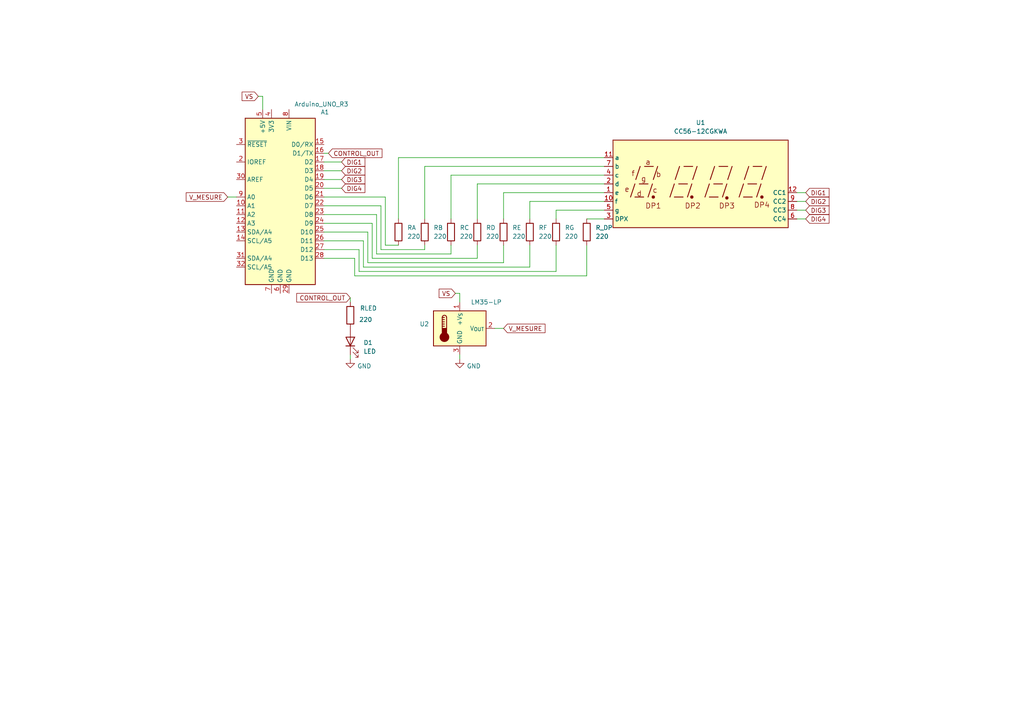
<source format=kicad_sch>
(kicad_sch
	(version 20250114)
	(generator "eeschema")
	(generator_version "9.0")
	(uuid "ce0803b4-491a-4569-8399-67e6462a558a")
	(paper "A4")
	(lib_symbols
		(symbol "Device:LED"
			(pin_numbers
				(hide yes)
			)
			(pin_names
				(offset 1.016)
				(hide yes)
			)
			(exclude_from_sim no)
			(in_bom yes)
			(on_board yes)
			(property "Reference" "D"
				(at 0 2.54 0)
				(effects
					(font
						(size 1.27 1.27)
					)
				)
			)
			(property "Value" "LED"
				(at 0 -2.54 0)
				(effects
					(font
						(size 1.27 1.27)
					)
				)
			)
			(property "Footprint" ""
				(at 0 0 0)
				(effects
					(font
						(size 1.27 1.27)
					)
					(hide yes)
				)
			)
			(property "Datasheet" "~"
				(at 0 0 0)
				(effects
					(font
						(size 1.27 1.27)
					)
					(hide yes)
				)
			)
			(property "Description" "Light emitting diode"
				(at 0 0 0)
				(effects
					(font
						(size 1.27 1.27)
					)
					(hide yes)
				)
			)
			(property "Sim.Pins" "1=K 2=A"
				(at 0 0 0)
				(effects
					(font
						(size 1.27 1.27)
					)
					(hide yes)
				)
			)
			(property "ki_keywords" "LED diode"
				(at 0 0 0)
				(effects
					(font
						(size 1.27 1.27)
					)
					(hide yes)
				)
			)
			(property "ki_fp_filters" "LED* LED_SMD:* LED_THT:*"
				(at 0 0 0)
				(effects
					(font
						(size 1.27 1.27)
					)
					(hide yes)
				)
			)
			(symbol "LED_0_1"
				(polyline
					(pts
						(xy -3.048 -0.762) (xy -4.572 -2.286) (xy -3.81 -2.286) (xy -4.572 -2.286) (xy -4.572 -1.524)
					)
					(stroke
						(width 0)
						(type default)
					)
					(fill
						(type none)
					)
				)
				(polyline
					(pts
						(xy -1.778 -0.762) (xy -3.302 -2.286) (xy -2.54 -2.286) (xy -3.302 -2.286) (xy -3.302 -1.524)
					)
					(stroke
						(width 0)
						(type default)
					)
					(fill
						(type none)
					)
				)
				(polyline
					(pts
						(xy -1.27 0) (xy 1.27 0)
					)
					(stroke
						(width 0)
						(type default)
					)
					(fill
						(type none)
					)
				)
				(polyline
					(pts
						(xy -1.27 -1.27) (xy -1.27 1.27)
					)
					(stroke
						(width 0.254)
						(type default)
					)
					(fill
						(type none)
					)
				)
				(polyline
					(pts
						(xy 1.27 -1.27) (xy 1.27 1.27) (xy -1.27 0) (xy 1.27 -1.27)
					)
					(stroke
						(width 0.254)
						(type default)
					)
					(fill
						(type none)
					)
				)
			)
			(symbol "LED_1_1"
				(pin passive line
					(at -3.81 0 0)
					(length 2.54)
					(name "K"
						(effects
							(font
								(size 1.27 1.27)
							)
						)
					)
					(number "1"
						(effects
							(font
								(size 1.27 1.27)
							)
						)
					)
				)
				(pin passive line
					(at 3.81 0 180)
					(length 2.54)
					(name "A"
						(effects
							(font
								(size 1.27 1.27)
							)
						)
					)
					(number "2"
						(effects
							(font
								(size 1.27 1.27)
							)
						)
					)
				)
			)
			(embedded_fonts no)
		)
		(symbol "Device:R"
			(pin_numbers
				(hide yes)
			)
			(pin_names
				(offset 0)
			)
			(exclude_from_sim no)
			(in_bom yes)
			(on_board yes)
			(property "Reference" "R"
				(at 2.032 0 90)
				(effects
					(font
						(size 1.27 1.27)
					)
				)
			)
			(property "Value" "R"
				(at 0 0 90)
				(effects
					(font
						(size 1.27 1.27)
					)
				)
			)
			(property "Footprint" ""
				(at -1.778 0 90)
				(effects
					(font
						(size 1.27 1.27)
					)
					(hide yes)
				)
			)
			(property "Datasheet" "~"
				(at 0 0 0)
				(effects
					(font
						(size 1.27 1.27)
					)
					(hide yes)
				)
			)
			(property "Description" "Resistor"
				(at 0 0 0)
				(effects
					(font
						(size 1.27 1.27)
					)
					(hide yes)
				)
			)
			(property "ki_keywords" "R res resistor"
				(at 0 0 0)
				(effects
					(font
						(size 1.27 1.27)
					)
					(hide yes)
				)
			)
			(property "ki_fp_filters" "R_*"
				(at 0 0 0)
				(effects
					(font
						(size 1.27 1.27)
					)
					(hide yes)
				)
			)
			(symbol "R_0_1"
				(rectangle
					(start -1.016 -2.54)
					(end 1.016 2.54)
					(stroke
						(width 0.254)
						(type default)
					)
					(fill
						(type none)
					)
				)
			)
			(symbol "R_1_1"
				(pin passive line
					(at 0 3.81 270)
					(length 1.27)
					(name "~"
						(effects
							(font
								(size 1.27 1.27)
							)
						)
					)
					(number "1"
						(effects
							(font
								(size 1.27 1.27)
							)
						)
					)
				)
				(pin passive line
					(at 0 -3.81 90)
					(length 1.27)
					(name "~"
						(effects
							(font
								(size 1.27 1.27)
							)
						)
					)
					(number "2"
						(effects
							(font
								(size 1.27 1.27)
							)
						)
					)
				)
			)
			(embedded_fonts no)
		)
		(symbol "Display_Character:CC56-12CGKWA"
			(exclude_from_sim no)
			(in_bom yes)
			(on_board yes)
			(property "Reference" "U"
				(at -24.13 13.97 0)
				(effects
					(font
						(size 1.27 1.27)
					)
				)
			)
			(property "Value" "CC56-12CGKWA"
				(at 17.78 13.97 0)
				(effects
					(font
						(size 1.27 1.27)
					)
				)
			)
			(property "Footprint" "Display_7Segment:CA56-12CGKWA"
				(at 0 -15.24 0)
				(effects
					(font
						(size 1.27 1.27)
					)
					(hide yes)
				)
			)
			(property "Datasheet" "http://www.kingbright.com/attachments/file/psearch/000/00/00/CC56-12CGKWA(Ver.8A).pdf"
				(at -10.922 0.762 0)
				(effects
					(font
						(size 1.27 1.27)
					)
					(hide yes)
				)
			)
			(property "Description" "4 digit 7 segment green LED, common cathode"
				(at 0 0 0)
				(effects
					(font
						(size 1.27 1.27)
					)
					(hide yes)
				)
			)
			(property "ki_keywords" "display LED 7-segment"
				(at 0 0 0)
				(effects
					(font
						(size 1.27 1.27)
					)
					(hide yes)
				)
			)
			(property "ki_fp_filters" "*CA56*12CGKWA*"
				(at 0 0 0)
				(effects
					(font
						(size 1.27 1.27)
					)
					(hide yes)
				)
			)
			(symbol "CC56-12CGKWA_0_0"
				(rectangle
					(start -25.4 12.7)
					(end 25.4 -12.7)
					(stroke
						(width 0.254)
						(type default)
					)
					(fill
						(type background)
					)
				)
				(polyline
					(pts
						(xy -20.32 -3.81) (xy -19.05 0)
					)
					(stroke
						(width 0.254)
						(type default)
					)
					(fill
						(type none)
					)
				)
				(polyline
					(pts
						(xy -19.05 -3.81) (xy -16.51 -3.81)
					)
					(stroke
						(width 0.254)
						(type default)
					)
					(fill
						(type none)
					)
				)
				(polyline
					(pts
						(xy -18.796 1.27) (xy -17.526 5.08)
					)
					(stroke
						(width 0.254)
						(type default)
					)
					(fill
						(type none)
					)
				)
				(polyline
					(pts
						(xy -17.78 0) (xy -15.24 0)
					)
					(stroke
						(width 0.254)
						(type default)
					)
					(fill
						(type none)
					)
				)
				(polyline
					(pts
						(xy -16.256 5.08) (xy -13.716 5.08)
					)
					(stroke
						(width 0.254)
						(type default)
					)
					(fill
						(type none)
					)
				)
				(polyline
					(pts
						(xy -15.24 -3.81) (xy -13.97 0)
					)
					(stroke
						(width 0.254)
						(type default)
					)
					(fill
						(type none)
					)
				)
				(polyline
					(pts
						(xy -13.716 1.27) (xy -12.446 5.08)
					)
					(stroke
						(width 0.254)
						(type default)
					)
					(fill
						(type none)
					)
				)
				(polyline
					(pts
						(xy -8.89 -3.81) (xy -7.62 0)
					)
					(stroke
						(width 0.254)
						(type default)
					)
					(fill
						(type none)
					)
				)
				(polyline
					(pts
						(xy -7.62 -3.81) (xy -5.08 -3.81)
					)
					(stroke
						(width 0.254)
						(type default)
					)
					(fill
						(type none)
					)
				)
				(polyline
					(pts
						(xy -7.366 1.27) (xy -6.096 5.08)
					)
					(stroke
						(width 0.254)
						(type default)
					)
					(fill
						(type none)
					)
				)
				(polyline
					(pts
						(xy -6.35 0) (xy -3.81 0)
					)
					(stroke
						(width 0.254)
						(type default)
					)
					(fill
						(type none)
					)
				)
				(polyline
					(pts
						(xy -4.826 5.08) (xy -2.286 5.08)
					)
					(stroke
						(width 0.254)
						(type default)
					)
					(fill
						(type none)
					)
				)
				(polyline
					(pts
						(xy -3.81 -3.81) (xy -2.54 0)
					)
					(stroke
						(width 0.254)
						(type default)
					)
					(fill
						(type none)
					)
				)
				(polyline
					(pts
						(xy -2.286 1.27) (xy -1.016 5.08)
					)
					(stroke
						(width 0.254)
						(type default)
					)
					(fill
						(type none)
					)
				)
				(polyline
					(pts
						(xy 1.27 -3.81) (xy 2.54 0)
					)
					(stroke
						(width 0.254)
						(type default)
					)
					(fill
						(type none)
					)
				)
				(polyline
					(pts
						(xy 2.54 -3.81) (xy 5.08 -3.81)
					)
					(stroke
						(width 0.254)
						(type default)
					)
					(fill
						(type none)
					)
				)
				(polyline
					(pts
						(xy 2.794 1.27) (xy 4.064 5.08)
					)
					(stroke
						(width 0.254)
						(type default)
					)
					(fill
						(type none)
					)
				)
				(polyline
					(pts
						(xy 3.81 0) (xy 6.35 0)
					)
					(stroke
						(width 0.254)
						(type default)
					)
					(fill
						(type none)
					)
				)
				(polyline
					(pts
						(xy 5.334 5.08) (xy 7.874 5.08)
					)
					(stroke
						(width 0.254)
						(type default)
					)
					(fill
						(type none)
					)
				)
				(polyline
					(pts
						(xy 6.35 -3.81) (xy 7.62 0)
					)
					(stroke
						(width 0.254)
						(type default)
					)
					(fill
						(type none)
					)
				)
				(polyline
					(pts
						(xy 7.874 1.27) (xy 9.144 5.08)
					)
					(stroke
						(width 0.254)
						(type default)
					)
					(fill
						(type none)
					)
				)
				(polyline
					(pts
						(xy 11.176 -3.81) (xy 12.446 0)
					)
					(stroke
						(width 0.254)
						(type default)
					)
					(fill
						(type none)
					)
				)
				(polyline
					(pts
						(xy 12.446 -3.81) (xy 14.986 -3.81)
					)
					(stroke
						(width 0.254)
						(type default)
					)
					(fill
						(type none)
					)
				)
				(polyline
					(pts
						(xy 12.7 1.27) (xy 13.97 5.08)
					)
					(stroke
						(width 0.254)
						(type default)
					)
					(fill
						(type none)
					)
				)
				(polyline
					(pts
						(xy 13.716 0) (xy 16.256 0)
					)
					(stroke
						(width 0.254)
						(type default)
					)
					(fill
						(type none)
					)
				)
				(polyline
					(pts
						(xy 15.24 5.08) (xy 17.78 5.08)
					)
					(stroke
						(width 0.254)
						(type default)
					)
					(fill
						(type none)
					)
				)
				(polyline
					(pts
						(xy 16.256 -3.81) (xy 17.526 0)
					)
					(stroke
						(width 0.254)
						(type default)
					)
					(fill
						(type none)
					)
				)
				(polyline
					(pts
						(xy 17.78 1.27) (xy 19.05 5.08)
					)
					(stroke
						(width 0.254)
						(type default)
					)
					(fill
						(type none)
					)
				)
				(text "e"
					(at -21.336 -1.524 0)
					(effects
						(font
							(size 1.524 1.524)
						)
					)
				)
				(text "f"
					(at -19.558 3.048 0)
					(effects
						(font
							(size 1.524 1.524)
						)
					)
				)
				(text "d"
					(at -17.78 -2.794 0)
					(effects
						(font
							(size 1.524 1.524)
						)
					)
				)
				(text "g"
					(at -16.51 1.524 0)
					(effects
						(font
							(size 1.524 1.524)
						)
					)
				)
				(text "a"
					(at -15.24 6.35 0)
					(effects
						(font
							(size 1.524 1.524)
						)
					)
				)
				(text "DP1"
					(at -13.716 -6.35 0)
					(effects
						(font
							(size 1.524 1.524)
						)
					)
				)
				(text "c"
					(at -13.208 -1.778 0)
					(effects
						(font
							(size 1.524 1.524)
						)
					)
				)
				(text "b"
					(at -12.192 2.794 0)
					(effects
						(font
							(size 1.524 1.524)
						)
					)
				)
				(text "DP2"
					(at -2.286 -6.35 0)
					(effects
						(font
							(size 1.524 1.524)
						)
					)
				)
				(text "DP3"
					(at 7.62 -6.35 0)
					(effects
						(font
							(size 1.524 1.524)
						)
					)
				)
				(text "DP4"
					(at 17.78 -6.096 0)
					(effects
						(font
							(size 1.524 1.524)
						)
					)
				)
			)
			(symbol "CC56-12CGKWA_0_1"
				(circle
					(center -13.716 -3.81)
					(radius 0.3556)
					(stroke
						(width 0.254)
						(type default)
					)
					(fill
						(type outline)
					)
				)
				(circle
					(center -2.54 -3.81)
					(radius 0.3556)
					(stroke
						(width 0.254)
						(type default)
					)
					(fill
						(type outline)
					)
				)
			)
			(symbol "CC56-12CGKWA_1_0"
				(circle
					(center 7.62 -4.064)
					(radius 0.3556)
					(stroke
						(width 0.254)
						(type default)
					)
					(fill
						(type outline)
					)
				)
				(circle
					(center 17.78 -3.81)
					(radius 0.3556)
					(stroke
						(width 0.254)
						(type default)
					)
					(fill
						(type outline)
					)
				)
			)
			(symbol "CC56-12CGKWA_1_1"
				(pin input line
					(at -27.94 7.62 0)
					(length 2.54)
					(name "a"
						(effects
							(font
								(size 1.27 1.27)
							)
						)
					)
					(number "11"
						(effects
							(font
								(size 1.27 1.27)
							)
						)
					)
				)
				(pin input line
					(at -27.94 5.08 0)
					(length 2.54)
					(name "b"
						(effects
							(font
								(size 1.27 1.27)
							)
						)
					)
					(number "7"
						(effects
							(font
								(size 1.27 1.27)
							)
						)
					)
				)
				(pin input line
					(at -27.94 2.54 0)
					(length 2.54)
					(name "c"
						(effects
							(font
								(size 1.27 1.27)
							)
						)
					)
					(number "4"
						(effects
							(font
								(size 1.27 1.27)
							)
						)
					)
				)
				(pin input line
					(at -27.94 0 0)
					(length 2.54)
					(name "d"
						(effects
							(font
								(size 1.27 1.27)
							)
						)
					)
					(number "2"
						(effects
							(font
								(size 1.27 1.27)
							)
						)
					)
				)
				(pin input line
					(at -27.94 -2.54 0)
					(length 2.54)
					(name "e"
						(effects
							(font
								(size 1.27 1.27)
							)
						)
					)
					(number "1"
						(effects
							(font
								(size 1.27 1.27)
							)
						)
					)
				)
				(pin input line
					(at -27.94 -5.08 0)
					(length 2.54)
					(name "f"
						(effects
							(font
								(size 1.27 1.27)
							)
						)
					)
					(number "10"
						(effects
							(font
								(size 1.27 1.27)
							)
						)
					)
				)
				(pin input line
					(at -27.94 -7.62 0)
					(length 2.54)
					(name "g"
						(effects
							(font
								(size 1.27 1.27)
							)
						)
					)
					(number "5"
						(effects
							(font
								(size 1.27 1.27)
							)
						)
					)
				)
				(pin input line
					(at -27.94 -10.16 0)
					(length 2.54)
					(name "DPX"
						(effects
							(font
								(size 1.27 1.27)
							)
						)
					)
					(number "3"
						(effects
							(font
								(size 1.27 1.27)
							)
						)
					)
				)
				(pin input line
					(at 27.94 -2.54 180)
					(length 2.54)
					(name "CC1"
						(effects
							(font
								(size 1.27 1.27)
							)
						)
					)
					(number "12"
						(effects
							(font
								(size 1.27 1.27)
							)
						)
					)
				)
				(pin input line
					(at 27.94 -5.08 180)
					(length 2.54)
					(name "CC2"
						(effects
							(font
								(size 1.27 1.27)
							)
						)
					)
					(number "9"
						(effects
							(font
								(size 1.27 1.27)
							)
						)
					)
				)
				(pin input line
					(at 27.94 -7.62 180)
					(length 2.54)
					(name "CC3"
						(effects
							(font
								(size 1.27 1.27)
							)
						)
					)
					(number "8"
						(effects
							(font
								(size 1.27 1.27)
							)
						)
					)
				)
				(pin input line
					(at 27.94 -10.16 180)
					(length 2.54)
					(name "CC4"
						(effects
							(font
								(size 1.27 1.27)
							)
						)
					)
					(number "6"
						(effects
							(font
								(size 1.27 1.27)
							)
						)
					)
				)
			)
			(embedded_fonts no)
		)
		(symbol "MCU_Module:Arduino_UNO_R3"
			(exclude_from_sim no)
			(in_bom yes)
			(on_board yes)
			(property "Reference" "A"
				(at -10.16 23.495 0)
				(effects
					(font
						(size 1.27 1.27)
					)
					(justify left bottom)
				)
			)
			(property "Value" "Arduino_UNO_R3"
				(at 5.08 -26.67 0)
				(effects
					(font
						(size 1.27 1.27)
					)
					(justify left top)
				)
			)
			(property "Footprint" "Module:Arduino_UNO_R3"
				(at 0 0 0)
				(effects
					(font
						(size 1.27 1.27)
						(italic yes)
					)
					(hide yes)
				)
			)
			(property "Datasheet" "https://www.arduino.cc/en/Main/arduinoBoardUno"
				(at 0 0 0)
				(effects
					(font
						(size 1.27 1.27)
					)
					(hide yes)
				)
			)
			(property "Description" "Arduino UNO Microcontroller Module, release 3"
				(at 0 0 0)
				(effects
					(font
						(size 1.27 1.27)
					)
					(hide yes)
				)
			)
			(property "ki_keywords" "Arduino UNO R3 Microcontroller Module Atmel AVR USB"
				(at 0 0 0)
				(effects
					(font
						(size 1.27 1.27)
					)
					(hide yes)
				)
			)
			(property "ki_fp_filters" "Arduino*UNO*R3*"
				(at 0 0 0)
				(effects
					(font
						(size 1.27 1.27)
					)
					(hide yes)
				)
			)
			(symbol "Arduino_UNO_R3_0_1"
				(rectangle
					(start -10.16 22.86)
					(end 10.16 -25.4)
					(stroke
						(width 0.254)
						(type default)
					)
					(fill
						(type background)
					)
				)
			)
			(symbol "Arduino_UNO_R3_1_1"
				(pin bidirectional line
					(at -12.7 15.24 0)
					(length 2.54)
					(name "D0/RX"
						(effects
							(font
								(size 1.27 1.27)
							)
						)
					)
					(number "15"
						(effects
							(font
								(size 1.27 1.27)
							)
						)
					)
				)
				(pin bidirectional line
					(at -12.7 12.7 0)
					(length 2.54)
					(name "D1/TX"
						(effects
							(font
								(size 1.27 1.27)
							)
						)
					)
					(number "16"
						(effects
							(font
								(size 1.27 1.27)
							)
						)
					)
				)
				(pin bidirectional line
					(at -12.7 10.16 0)
					(length 2.54)
					(name "D2"
						(effects
							(font
								(size 1.27 1.27)
							)
						)
					)
					(number "17"
						(effects
							(font
								(size 1.27 1.27)
							)
						)
					)
				)
				(pin bidirectional line
					(at -12.7 7.62 0)
					(length 2.54)
					(name "D3"
						(effects
							(font
								(size 1.27 1.27)
							)
						)
					)
					(number "18"
						(effects
							(font
								(size 1.27 1.27)
							)
						)
					)
				)
				(pin bidirectional line
					(at -12.7 5.08 0)
					(length 2.54)
					(name "D4"
						(effects
							(font
								(size 1.27 1.27)
							)
						)
					)
					(number "19"
						(effects
							(font
								(size 1.27 1.27)
							)
						)
					)
				)
				(pin bidirectional line
					(at -12.7 2.54 0)
					(length 2.54)
					(name "D5"
						(effects
							(font
								(size 1.27 1.27)
							)
						)
					)
					(number "20"
						(effects
							(font
								(size 1.27 1.27)
							)
						)
					)
				)
				(pin bidirectional line
					(at -12.7 0 0)
					(length 2.54)
					(name "D6"
						(effects
							(font
								(size 1.27 1.27)
							)
						)
					)
					(number "21"
						(effects
							(font
								(size 1.27 1.27)
							)
						)
					)
				)
				(pin bidirectional line
					(at -12.7 -2.54 0)
					(length 2.54)
					(name "D7"
						(effects
							(font
								(size 1.27 1.27)
							)
						)
					)
					(number "22"
						(effects
							(font
								(size 1.27 1.27)
							)
						)
					)
				)
				(pin bidirectional line
					(at -12.7 -5.08 0)
					(length 2.54)
					(name "D8"
						(effects
							(font
								(size 1.27 1.27)
							)
						)
					)
					(number "23"
						(effects
							(font
								(size 1.27 1.27)
							)
						)
					)
				)
				(pin bidirectional line
					(at -12.7 -7.62 0)
					(length 2.54)
					(name "D9"
						(effects
							(font
								(size 1.27 1.27)
							)
						)
					)
					(number "24"
						(effects
							(font
								(size 1.27 1.27)
							)
						)
					)
				)
				(pin bidirectional line
					(at -12.7 -10.16 0)
					(length 2.54)
					(name "D10"
						(effects
							(font
								(size 1.27 1.27)
							)
						)
					)
					(number "25"
						(effects
							(font
								(size 1.27 1.27)
							)
						)
					)
				)
				(pin bidirectional line
					(at -12.7 -12.7 0)
					(length 2.54)
					(name "D11"
						(effects
							(font
								(size 1.27 1.27)
							)
						)
					)
					(number "26"
						(effects
							(font
								(size 1.27 1.27)
							)
						)
					)
				)
				(pin bidirectional line
					(at -12.7 -15.24 0)
					(length 2.54)
					(name "D12"
						(effects
							(font
								(size 1.27 1.27)
							)
						)
					)
					(number "27"
						(effects
							(font
								(size 1.27 1.27)
							)
						)
					)
				)
				(pin bidirectional line
					(at -12.7 -17.78 0)
					(length 2.54)
					(name "D13"
						(effects
							(font
								(size 1.27 1.27)
							)
						)
					)
					(number "28"
						(effects
							(font
								(size 1.27 1.27)
							)
						)
					)
				)
				(pin no_connect line
					(at -10.16 -20.32 0)
					(length 2.54)
					(hide yes)
					(name "NC"
						(effects
							(font
								(size 1.27 1.27)
							)
						)
					)
					(number "1"
						(effects
							(font
								(size 1.27 1.27)
							)
						)
					)
				)
				(pin power_in line
					(at -2.54 25.4 270)
					(length 2.54)
					(name "VIN"
						(effects
							(font
								(size 1.27 1.27)
							)
						)
					)
					(number "8"
						(effects
							(font
								(size 1.27 1.27)
							)
						)
					)
				)
				(pin power_in line
					(at -2.54 -27.94 90)
					(length 2.54)
					(name "GND"
						(effects
							(font
								(size 1.27 1.27)
							)
						)
					)
					(number "29"
						(effects
							(font
								(size 1.27 1.27)
							)
						)
					)
				)
				(pin power_in line
					(at 0 -27.94 90)
					(length 2.54)
					(name "GND"
						(effects
							(font
								(size 1.27 1.27)
							)
						)
					)
					(number "6"
						(effects
							(font
								(size 1.27 1.27)
							)
						)
					)
				)
				(pin power_out line
					(at 2.54 25.4 270)
					(length 2.54)
					(name "3V3"
						(effects
							(font
								(size 1.27 1.27)
							)
						)
					)
					(number "4"
						(effects
							(font
								(size 1.27 1.27)
							)
						)
					)
				)
				(pin power_in line
					(at 2.54 -27.94 90)
					(length 2.54)
					(name "GND"
						(effects
							(font
								(size 1.27 1.27)
							)
						)
					)
					(number "7"
						(effects
							(font
								(size 1.27 1.27)
							)
						)
					)
				)
				(pin power_out line
					(at 5.08 25.4 270)
					(length 2.54)
					(name "+5V"
						(effects
							(font
								(size 1.27 1.27)
							)
						)
					)
					(number "5"
						(effects
							(font
								(size 1.27 1.27)
							)
						)
					)
				)
				(pin input line
					(at 12.7 15.24 180)
					(length 2.54)
					(name "~{RESET}"
						(effects
							(font
								(size 1.27 1.27)
							)
						)
					)
					(number "3"
						(effects
							(font
								(size 1.27 1.27)
							)
						)
					)
				)
				(pin output line
					(at 12.7 10.16 180)
					(length 2.54)
					(name "IOREF"
						(effects
							(font
								(size 1.27 1.27)
							)
						)
					)
					(number "2"
						(effects
							(font
								(size 1.27 1.27)
							)
						)
					)
				)
				(pin input line
					(at 12.7 5.08 180)
					(length 2.54)
					(name "AREF"
						(effects
							(font
								(size 1.27 1.27)
							)
						)
					)
					(number "30"
						(effects
							(font
								(size 1.27 1.27)
							)
						)
					)
				)
				(pin bidirectional line
					(at 12.7 0 180)
					(length 2.54)
					(name "A0"
						(effects
							(font
								(size 1.27 1.27)
							)
						)
					)
					(number "9"
						(effects
							(font
								(size 1.27 1.27)
							)
						)
					)
				)
				(pin bidirectional line
					(at 12.7 -2.54 180)
					(length 2.54)
					(name "A1"
						(effects
							(font
								(size 1.27 1.27)
							)
						)
					)
					(number "10"
						(effects
							(font
								(size 1.27 1.27)
							)
						)
					)
				)
				(pin bidirectional line
					(at 12.7 -5.08 180)
					(length 2.54)
					(name "A2"
						(effects
							(font
								(size 1.27 1.27)
							)
						)
					)
					(number "11"
						(effects
							(font
								(size 1.27 1.27)
							)
						)
					)
				)
				(pin bidirectional line
					(at 12.7 -7.62 180)
					(length 2.54)
					(name "A3"
						(effects
							(font
								(size 1.27 1.27)
							)
						)
					)
					(number "12"
						(effects
							(font
								(size 1.27 1.27)
							)
						)
					)
				)
				(pin bidirectional line
					(at 12.7 -10.16 180)
					(length 2.54)
					(name "SDA/A4"
						(effects
							(font
								(size 1.27 1.27)
							)
						)
					)
					(number "13"
						(effects
							(font
								(size 1.27 1.27)
							)
						)
					)
				)
				(pin bidirectional line
					(at 12.7 -12.7 180)
					(length 2.54)
					(name "SCL/A5"
						(effects
							(font
								(size 1.27 1.27)
							)
						)
					)
					(number "14"
						(effects
							(font
								(size 1.27 1.27)
							)
						)
					)
				)
				(pin bidirectional line
					(at 12.7 -17.78 180)
					(length 2.54)
					(name "SDA/A4"
						(effects
							(font
								(size 1.27 1.27)
							)
						)
					)
					(number "31"
						(effects
							(font
								(size 1.27 1.27)
							)
						)
					)
				)
				(pin bidirectional line
					(at 12.7 -20.32 180)
					(length 2.54)
					(name "SCL/A5"
						(effects
							(font
								(size 1.27 1.27)
							)
						)
					)
					(number "32"
						(effects
							(font
								(size 1.27 1.27)
							)
						)
					)
				)
			)
			(embedded_fonts no)
		)
		(symbol "Sensor_Temperature:LM35-LP"
			(exclude_from_sim no)
			(in_bom yes)
			(on_board yes)
			(property "Reference" "U"
				(at -6.35 6.35 0)
				(effects
					(font
						(size 1.27 1.27)
					)
				)
			)
			(property "Value" "LM35-LP"
				(at 1.27 6.35 0)
				(effects
					(font
						(size 1.27 1.27)
					)
					(justify left)
				)
			)
			(property "Footprint" "Package_TO_SOT_THT:TO-92_Inline"
				(at 1.27 -6.35 0)
				(effects
					(font
						(size 1.27 1.27)
					)
					(justify left)
					(hide yes)
				)
			)
			(property "Datasheet" "http://www.ti.com/lit/ds/symlink/lm35.pdf"
				(at 0 0 0)
				(effects
					(font
						(size 1.27 1.27)
					)
					(hide yes)
				)
			)
			(property "Description" "Precision centigrade temperature sensor, TO-92"
				(at 0 0 0)
				(effects
					(font
						(size 1.27 1.27)
					)
					(hide yes)
				)
			)
			(property "ki_keywords" "temperature sensor thermistor"
				(at 0 0 0)
				(effects
					(font
						(size 1.27 1.27)
					)
					(hide yes)
				)
			)
			(property "ki_fp_filters" "TO?92*"
				(at 0 0 0)
				(effects
					(font
						(size 1.27 1.27)
					)
					(hide yes)
				)
			)
			(symbol "LM35-LP_0_1"
				(rectangle
					(start -7.62 5.08)
					(end 7.62 -5.08)
					(stroke
						(width 0.254)
						(type default)
					)
					(fill
						(type background)
					)
				)
				(polyline
					(pts
						(xy -5.08 3.175) (xy -5.08 0)
					)
					(stroke
						(width 0.254)
						(type default)
					)
					(fill
						(type none)
					)
				)
				(polyline
					(pts
						(xy -5.08 3.175) (xy -4.445 3.175)
					)
					(stroke
						(width 0.254)
						(type default)
					)
					(fill
						(type none)
					)
				)
				(polyline
					(pts
						(xy -5.08 2.54) (xy -4.445 2.54)
					)
					(stroke
						(width 0.254)
						(type default)
					)
					(fill
						(type none)
					)
				)
				(polyline
					(pts
						(xy -5.08 1.905) (xy -4.445 1.905)
					)
					(stroke
						(width 0.254)
						(type default)
					)
					(fill
						(type none)
					)
				)
				(polyline
					(pts
						(xy -5.08 1.27) (xy -4.445 1.27)
					)
					(stroke
						(width 0.254)
						(type default)
					)
					(fill
						(type none)
					)
				)
				(polyline
					(pts
						(xy -5.08 0.635) (xy -4.445 0.635)
					)
					(stroke
						(width 0.254)
						(type default)
					)
					(fill
						(type none)
					)
				)
				(arc
					(start -5.08 3.175)
					(mid -4.445 3.8073)
					(end -3.81 3.175)
					(stroke
						(width 0.254)
						(type default)
					)
					(fill
						(type none)
					)
				)
				(circle
					(center -4.445 -2.54)
					(radius 1.27)
					(stroke
						(width 0.254)
						(type default)
					)
					(fill
						(type outline)
					)
				)
				(polyline
					(pts
						(xy -3.81 3.175) (xy -3.81 0)
					)
					(stroke
						(width 0.254)
						(type default)
					)
					(fill
						(type none)
					)
				)
				(rectangle
					(start -3.81 -1.905)
					(end -5.08 0)
					(stroke
						(width 0.254)
						(type default)
					)
					(fill
						(type outline)
					)
				)
			)
			(symbol "LM35-LP_1_1"
				(pin power_in line
					(at 0 7.62 270)
					(length 2.54)
					(name "+V_{S}"
						(effects
							(font
								(size 1.27 1.27)
							)
						)
					)
					(number "1"
						(effects
							(font
								(size 1.27 1.27)
							)
						)
					)
				)
				(pin power_in line
					(at 0 -7.62 90)
					(length 2.54)
					(name "GND"
						(effects
							(font
								(size 1.27 1.27)
							)
						)
					)
					(number "3"
						(effects
							(font
								(size 1.27 1.27)
							)
						)
					)
				)
				(pin output line
					(at 10.16 0 180)
					(length 2.54)
					(name "V_{OUT}"
						(effects
							(font
								(size 1.27 1.27)
							)
						)
					)
					(number "2"
						(effects
							(font
								(size 1.27 1.27)
							)
						)
					)
				)
			)
			(embedded_fonts no)
		)
		(symbol "power:GND"
			(power)
			(pin_numbers
				(hide yes)
			)
			(pin_names
				(offset 0)
				(hide yes)
			)
			(exclude_from_sim no)
			(in_bom yes)
			(on_board yes)
			(property "Reference" "#PWR"
				(at 0 -6.35 0)
				(effects
					(font
						(size 1.27 1.27)
					)
					(hide yes)
				)
			)
			(property "Value" "GND"
				(at 0 -3.81 0)
				(effects
					(font
						(size 1.27 1.27)
					)
				)
			)
			(property "Footprint" ""
				(at 0 0 0)
				(effects
					(font
						(size 1.27 1.27)
					)
					(hide yes)
				)
			)
			(property "Datasheet" ""
				(at 0 0 0)
				(effects
					(font
						(size 1.27 1.27)
					)
					(hide yes)
				)
			)
			(property "Description" "Power symbol creates a global label with name \"GND\" , ground"
				(at 0 0 0)
				(effects
					(font
						(size 1.27 1.27)
					)
					(hide yes)
				)
			)
			(property "ki_keywords" "global power"
				(at 0 0 0)
				(effects
					(font
						(size 1.27 1.27)
					)
					(hide yes)
				)
			)
			(symbol "GND_0_1"
				(polyline
					(pts
						(xy 0 0) (xy 0 -1.27) (xy 1.27 -1.27) (xy 0 -2.54) (xy -1.27 -1.27) (xy 0 -1.27)
					)
					(stroke
						(width 0)
						(type default)
					)
					(fill
						(type none)
					)
				)
			)
			(symbol "GND_1_1"
				(pin power_in line
					(at 0 0 270)
					(length 0)
					(name "~"
						(effects
							(font
								(size 1.27 1.27)
							)
						)
					)
					(number "1"
						(effects
							(font
								(size 1.27 1.27)
							)
						)
					)
				)
			)
			(embedded_fonts no)
		)
	)
	(wire
		(pts
			(xy 110.49 59.69) (xy 110.49 72.39)
		)
		(stroke
			(width 0)
			(type default)
		)
		(uuid "01b85443-a276-4528-90b3-5c300b20d041")
	)
	(wire
		(pts
			(xy 107.95 64.77) (xy 107.95 74.93)
		)
		(stroke
			(width 0)
			(type default)
		)
		(uuid "0416dcd5-3bc5-4a81-873f-12dfd12bd0d4")
	)
	(wire
		(pts
			(xy 130.81 63.5) (xy 130.81 50.8)
		)
		(stroke
			(width 0)
			(type default)
		)
		(uuid "0902fc31-1155-4d52-a5fd-adfa05b7d7a9")
	)
	(wire
		(pts
			(xy 161.29 63.5) (xy 161.29 60.96)
		)
		(stroke
			(width 0)
			(type default)
		)
		(uuid "18c56f0a-85fa-43f3-b6c2-8427531d4b24")
	)
	(wire
		(pts
			(xy 93.98 67.31) (xy 106.68 67.31)
		)
		(stroke
			(width 0)
			(type default)
		)
		(uuid "1a12fa18-84ed-417b-bfb8-9f8fd26dcdaa")
	)
	(wire
		(pts
			(xy 101.6 87.63) (xy 101.6 86.36)
		)
		(stroke
			(width 0)
			(type default)
		)
		(uuid "1a56d4df-2a9e-4170-b791-ba6fd5f445f8")
	)
	(wire
		(pts
			(xy 146.05 55.88) (xy 175.26 55.88)
		)
		(stroke
			(width 0)
			(type default)
		)
		(uuid "1d5f7455-9daf-4863-9cc7-fa87a4e66662")
	)
	(wire
		(pts
			(xy 133.35 85.09) (xy 132.08 85.09)
		)
		(stroke
			(width 0)
			(type default)
		)
		(uuid "22439d6d-108b-41b2-ae85-c24ae039c0d6")
	)
	(wire
		(pts
			(xy 170.18 71.12) (xy 170.18 80.01)
		)
		(stroke
			(width 0)
			(type default)
		)
		(uuid "233e05b3-56cb-4ad9-9b2d-774be4f60764")
	)
	(wire
		(pts
			(xy 101.6 104.14) (xy 101.6 102.87)
		)
		(stroke
			(width 0)
			(type default)
		)
		(uuid "256ed929-bddb-45d1-8092-7bedc8e36092")
	)
	(wire
		(pts
			(xy 146.05 63.5) (xy 146.05 55.88)
		)
		(stroke
			(width 0)
			(type default)
		)
		(uuid "3488d17f-2d1f-48f2-818e-00427462a7f5")
	)
	(wire
		(pts
			(xy 93.98 64.77) (xy 107.95 64.77)
		)
		(stroke
			(width 0)
			(type default)
		)
		(uuid "37d0ccc7-d8a3-4906-a860-0f8fe674de1f")
	)
	(wire
		(pts
			(xy 138.43 53.34) (xy 175.26 53.34)
		)
		(stroke
			(width 0)
			(type default)
		)
		(uuid "3b7bf914-8af5-44ea-b080-fed9b16445a1")
	)
	(wire
		(pts
			(xy 133.35 104.14) (xy 133.35 102.87)
		)
		(stroke
			(width 0)
			(type default)
		)
		(uuid "3c5cf2be-1244-48e9-8836-01086392f346")
	)
	(wire
		(pts
			(xy 161.29 71.12) (xy 161.29 78.74)
		)
		(stroke
			(width 0)
			(type default)
		)
		(uuid "3cd99a5d-641c-4d00-9fab-bec14202817f")
	)
	(wire
		(pts
			(xy 104.14 78.74) (xy 161.29 78.74)
		)
		(stroke
			(width 0)
			(type default)
		)
		(uuid "3f9c289d-9d90-4f66-ac86-111ef25014b1")
	)
	(wire
		(pts
			(xy 111.76 71.12) (xy 115.57 71.12)
		)
		(stroke
			(width 0)
			(type default)
		)
		(uuid "41da5922-1a7f-4814-b742-a12fd4673ffc")
	)
	(wire
		(pts
			(xy 104.14 72.39) (xy 104.14 78.74)
		)
		(stroke
			(width 0)
			(type default)
		)
		(uuid "438185a8-3b04-4c56-a5c6-235b7dccf154")
	)
	(wire
		(pts
			(xy 109.22 73.66) (xy 130.81 73.66)
		)
		(stroke
			(width 0)
			(type default)
		)
		(uuid "4639501a-4727-40f2-bbb3-f5024ad4eccb")
	)
	(wire
		(pts
			(xy 133.35 87.63) (xy 133.35 85.09)
		)
		(stroke
			(width 0)
			(type default)
		)
		(uuid "4e748edb-37de-4f96-b740-3bd9c54b4f3b")
	)
	(wire
		(pts
			(xy 93.98 69.85) (xy 105.41 69.85)
		)
		(stroke
			(width 0)
			(type default)
		)
		(uuid "4f02c218-19c9-4ded-9713-9f9132d670f6")
	)
	(wire
		(pts
			(xy 105.41 77.47) (xy 153.67 77.47)
		)
		(stroke
			(width 0)
			(type default)
		)
		(uuid "52045bf1-8bc5-4e6f-b0b1-84540ba01509")
	)
	(wire
		(pts
			(xy 231.14 60.96) (xy 233.68 60.96)
		)
		(stroke
			(width 0)
			(type default)
		)
		(uuid "57892776-8612-47dc-ab21-afd874cd66ec")
	)
	(wire
		(pts
			(xy 161.29 60.96) (xy 175.26 60.96)
		)
		(stroke
			(width 0)
			(type default)
		)
		(uuid "58c6aaa5-0299-44fd-b9dc-3feb5af0e0a9")
	)
	(wire
		(pts
			(xy 231.14 58.42) (xy 233.68 58.42)
		)
		(stroke
			(width 0)
			(type default)
		)
		(uuid "5a1fbd95-d9cc-4dc6-bb0e-b126209eb3cf")
	)
	(wire
		(pts
			(xy 130.81 73.66) (xy 130.81 71.12)
		)
		(stroke
			(width 0)
			(type default)
		)
		(uuid "5fe5313f-efd3-498d-888e-b9d0e388f4b9")
	)
	(wire
		(pts
			(xy 138.43 63.5) (xy 138.43 53.34)
		)
		(stroke
			(width 0)
			(type default)
		)
		(uuid "61118b7b-c2e2-4da8-bfcd-b2fd29b23815")
	)
	(wire
		(pts
			(xy 231.14 55.88) (xy 233.68 55.88)
		)
		(stroke
			(width 0)
			(type default)
		)
		(uuid "61ef57a2-50fd-4e34-bd7e-16c13047db51")
	)
	(wire
		(pts
			(xy 102.87 74.93) (xy 102.87 80.01)
		)
		(stroke
			(width 0)
			(type default)
		)
		(uuid "67e2e90e-8692-4a84-bed3-c78608122a1b")
	)
	(wire
		(pts
			(xy 105.41 69.85) (xy 105.41 77.47)
		)
		(stroke
			(width 0)
			(type default)
		)
		(uuid "683a82c5-99fb-4099-b46e-48fdabea7f6a")
	)
	(wire
		(pts
			(xy 106.68 67.31) (xy 106.68 76.2)
		)
		(stroke
			(width 0)
			(type default)
		)
		(uuid "68a968ad-2b22-41cc-a013-56b7705a49b4")
	)
	(wire
		(pts
			(xy 109.22 62.23) (xy 109.22 73.66)
		)
		(stroke
			(width 0)
			(type default)
		)
		(uuid "6e9aeb6d-7412-414f-a2ea-7cf4d65d7d29")
	)
	(wire
		(pts
			(xy 130.81 50.8) (xy 175.26 50.8)
		)
		(stroke
			(width 0)
			(type default)
		)
		(uuid "70aad9b9-999f-4fa6-ad35-a2a70956e064")
	)
	(wire
		(pts
			(xy 146.05 71.12) (xy 146.05 76.2)
		)
		(stroke
			(width 0)
			(type default)
		)
		(uuid "72e27cb6-8973-4fb1-ae12-9d0a947a57b7")
	)
	(wire
		(pts
			(xy 111.76 57.15) (xy 111.76 71.12)
		)
		(stroke
			(width 0)
			(type default)
		)
		(uuid "802ffd17-4863-4041-9759-0de8aab91713")
	)
	(wire
		(pts
			(xy 123.19 63.5) (xy 123.19 48.26)
		)
		(stroke
			(width 0)
			(type default)
		)
		(uuid "87ff90af-88e9-4fc9-8cdb-b95f18cd9a1f")
	)
	(wire
		(pts
			(xy 106.68 76.2) (xy 146.05 76.2)
		)
		(stroke
			(width 0)
			(type default)
		)
		(uuid "89ede568-f114-4189-b163-47e71f65a06b")
	)
	(wire
		(pts
			(xy 143.51 95.25) (xy 146.05 95.25)
		)
		(stroke
			(width 0)
			(type default)
		)
		(uuid "8af98690-7508-4dbb-9a12-98d7196917e0")
	)
	(wire
		(pts
			(xy 74.93 27.94) (xy 76.2 27.94)
		)
		(stroke
			(width 0)
			(type default)
		)
		(uuid "8e3a2183-1e07-41ed-97a3-b1d4ae9f27dd")
	)
	(wire
		(pts
			(xy 138.43 74.93) (xy 138.43 71.12)
		)
		(stroke
			(width 0)
			(type default)
		)
		(uuid "8fbaea2a-87e2-4d50-b1e4-6aa933b1abd4")
	)
	(wire
		(pts
			(xy 93.98 74.93) (xy 102.87 74.93)
		)
		(stroke
			(width 0)
			(type default)
		)
		(uuid "92e83fcc-cbe2-42e9-b3ce-07aa837a1b4e")
	)
	(wire
		(pts
			(xy 93.98 59.69) (xy 110.49 59.69)
		)
		(stroke
			(width 0)
			(type default)
		)
		(uuid "96c9bf1f-2e18-4f8a-9da3-9b852437b0ae")
	)
	(wire
		(pts
			(xy 102.87 80.01) (xy 170.18 80.01)
		)
		(stroke
			(width 0)
			(type default)
		)
		(uuid "a2397132-d520-44f1-8fee-8668a62a1b63")
	)
	(wire
		(pts
			(xy 93.98 46.99) (xy 99.06 46.99)
		)
		(stroke
			(width 0)
			(type default)
		)
		(uuid "a3ff814a-1965-49af-9548-ea7d5d64fc6f")
	)
	(wire
		(pts
			(xy 93.98 54.61) (xy 99.06 54.61)
		)
		(stroke
			(width 0)
			(type default)
		)
		(uuid "b2deae01-4520-4e8d-83bb-b6359c0ff44a")
	)
	(wire
		(pts
			(xy 95.25 44.45) (xy 93.98 44.45)
		)
		(stroke
			(width 0)
			(type default)
		)
		(uuid "b95db55b-3a06-476c-a2eb-757f4c8f190a")
	)
	(wire
		(pts
			(xy 153.67 77.47) (xy 153.67 71.12)
		)
		(stroke
			(width 0)
			(type default)
		)
		(uuid "bd13d4d2-9ec3-4be5-999e-82a3e1da0d07")
	)
	(wire
		(pts
			(xy 123.19 48.26) (xy 175.26 48.26)
		)
		(stroke
			(width 0)
			(type default)
		)
		(uuid "bdf27453-4ef5-4d2a-972a-05b923951aa9")
	)
	(wire
		(pts
			(xy 115.57 45.72) (xy 175.26 45.72)
		)
		(stroke
			(width 0)
			(type default)
		)
		(uuid "be5346c4-d518-49d6-956e-bce82390e038")
	)
	(wire
		(pts
			(xy 66.04 57.15) (xy 68.58 57.15)
		)
		(stroke
			(width 0)
			(type default)
		)
		(uuid "c048dfc5-3d0a-4d9f-a39c-2783a4703bd3")
	)
	(wire
		(pts
			(xy 93.98 62.23) (xy 109.22 62.23)
		)
		(stroke
			(width 0)
			(type default)
		)
		(uuid "c15d70f7-fad1-4ed9-ab08-3d9cb3b2acab")
	)
	(wire
		(pts
			(xy 93.98 72.39) (xy 104.14 72.39)
		)
		(stroke
			(width 0)
			(type default)
		)
		(uuid "c4ef9fb8-02e0-457a-8005-614d284dce0b")
	)
	(wire
		(pts
			(xy 115.57 63.5) (xy 115.57 45.72)
		)
		(stroke
			(width 0)
			(type default)
		)
		(uuid "c53a6048-8e88-45ba-9457-12bb28afa2ef")
	)
	(wire
		(pts
			(xy 170.18 63.5) (xy 175.26 63.5)
		)
		(stroke
			(width 0)
			(type default)
		)
		(uuid "cf5b9cd1-2ba1-487f-a545-e8eabe3375a4")
	)
	(wire
		(pts
			(xy 93.98 57.15) (xy 111.76 57.15)
		)
		(stroke
			(width 0)
			(type default)
		)
		(uuid "d8484459-7700-4c37-9d31-1b69e6eb1621")
	)
	(wire
		(pts
			(xy 93.98 49.53) (xy 99.06 49.53)
		)
		(stroke
			(width 0)
			(type default)
		)
		(uuid "d8c9b09e-609d-4233-88e3-d14a051fa955")
	)
	(wire
		(pts
			(xy 76.2 27.94) (xy 76.2 31.75)
		)
		(stroke
			(width 0)
			(type default)
		)
		(uuid "d96d9fde-0237-4fb0-ab7e-fea7ea24ca73")
	)
	(wire
		(pts
			(xy 93.98 52.07) (xy 99.06 52.07)
		)
		(stroke
			(width 0)
			(type default)
		)
		(uuid "da2e8c29-841f-468a-a9d1-81282b6d2688")
	)
	(wire
		(pts
			(xy 153.67 63.5) (xy 153.67 58.42)
		)
		(stroke
			(width 0)
			(type default)
		)
		(uuid "df6f2529-571c-4d2c-b67c-c013101fcb8d")
	)
	(wire
		(pts
			(xy 107.95 74.93) (xy 138.43 74.93)
		)
		(stroke
			(width 0)
			(type default)
		)
		(uuid "e80d95c8-1e53-4743-aba6-14eb91c89d5e")
	)
	(wire
		(pts
			(xy 110.49 72.39) (xy 123.19 72.39)
		)
		(stroke
			(width 0)
			(type default)
		)
		(uuid "e90bbc75-4f7d-47dc-a171-e75003a21232")
	)
	(wire
		(pts
			(xy 153.67 58.42) (xy 175.26 58.42)
		)
		(stroke
			(width 0)
			(type default)
		)
		(uuid "f12b9567-71e3-49ef-a6f5-5344ec3ba4d9")
	)
	(wire
		(pts
			(xy 123.19 72.39) (xy 123.19 71.12)
		)
		(stroke
			(width 0)
			(type default)
		)
		(uuid "f1d6d47e-fdbb-4b0f-b033-87c8e99b4531")
	)
	(wire
		(pts
			(xy 231.14 63.5) (xy 233.68 63.5)
		)
		(stroke
			(width 0)
			(type default)
		)
		(uuid "f21e9657-ac3a-4b77-9ad1-c95174503f8b")
	)
	(global_label "CONTROL_OUT"
		(shape input)
		(at 95.25 44.45 0)
		(fields_autoplaced yes)
		(effects
			(font
				(size 1.27 1.27)
			)
			(justify left)
		)
		(uuid "01aa0275-efef-4ae4-b8b3-3d44858c9c0d")
		(property "Intersheetrefs" "${INTERSHEET_REFS}"
			(at 111.3586 44.45 0)
			(effects
				(font
					(size 1.27 1.27)
				)
				(justify left)
				(hide yes)
			)
		)
	)
	(global_label "CONTROL_OUT"
		(shape input)
		(at 101.6 86.36 180)
		(fields_autoplaced yes)
		(effects
			(font
				(size 1.27 1.27)
			)
			(justify right)
		)
		(uuid "0742c2d3-84ce-4da1-b908-7bfcf2b9b1dd")
		(property "Intersheetrefs" "${INTERSHEET_REFS}"
			(at 85.4914 86.36 0)
			(effects
				(font
					(size 1.27 1.27)
				)
				(justify right)
				(hide yes)
			)
		)
	)
	(global_label "VS"
		(shape input)
		(at 132.08 85.09 180)
		(fields_autoplaced yes)
		(effects
			(font
				(size 1.27 1.27)
			)
			(justify right)
		)
		(uuid "0cdd7e45-f07b-4fd4-a724-83ee9b20cfe7")
		(property "Intersheetrefs" "${INTERSHEET_REFS}"
			(at 126.7967 85.09 0)
			(effects
				(font
					(size 1.27 1.27)
				)
				(justify right)
				(hide yes)
			)
		)
	)
	(global_label "VS"
		(shape input)
		(at 74.93 27.94 180)
		(fields_autoplaced yes)
		(effects
			(font
				(size 1.27 1.27)
			)
			(justify right)
		)
		(uuid "2bc22531-88a2-43e8-80d2-4cfdf4f499e4")
		(property "Intersheetrefs" "${INTERSHEET_REFS}"
			(at 69.6467 27.94 0)
			(effects
				(font
					(size 1.27 1.27)
				)
				(justify right)
				(hide yes)
			)
		)
	)
	(global_label "DIG2"
		(shape input)
		(at 99.06 49.53 0)
		(fields_autoplaced yes)
		(effects
			(font
				(size 1.27 1.27)
			)
			(justify left)
		)
		(uuid "443f3bcb-8d9e-4830-973a-9717ccb759a7")
		(property "Intersheetrefs" "${INTERSHEET_REFS}"
			(at 106.3995 49.53 0)
			(effects
				(font
					(size 1.27 1.27)
				)
				(justify left)
				(hide yes)
			)
		)
	)
	(global_label "DIG1"
		(shape input)
		(at 99.06 46.99 0)
		(fields_autoplaced yes)
		(effects
			(font
				(size 1.27 1.27)
			)
			(justify left)
		)
		(uuid "463d3835-cc35-4a3c-bc69-be2c60284109")
		(property "Intersheetrefs" "${INTERSHEET_REFS}"
			(at 106.3995 46.99 0)
			(effects
				(font
					(size 1.27 1.27)
				)
				(justify left)
				(hide yes)
			)
		)
	)
	(global_label "DIG2"
		(shape input)
		(at 233.68 58.42 0)
		(fields_autoplaced yes)
		(effects
			(font
				(size 1.27 1.27)
			)
			(justify left)
		)
		(uuid "4e696248-01ab-4816-823d-be89368762a9")
		(property "Intersheetrefs" "${INTERSHEET_REFS}"
			(at 241.0195 58.42 0)
			(effects
				(font
					(size 1.27 1.27)
				)
				(justify left)
				(hide yes)
			)
		)
	)
	(global_label "V_MESURE"
		(shape input)
		(at 146.05 95.25 0)
		(fields_autoplaced yes)
		(effects
			(font
				(size 1.27 1.27)
			)
			(justify left)
		)
		(uuid "6159e708-77ee-4f93-97e8-be2132e254a1")
		(property "Intersheetrefs" "${INTERSHEET_REFS}"
			(at 158.6508 95.25 0)
			(effects
				(font
					(size 1.27 1.27)
				)
				(justify left)
				(hide yes)
			)
		)
	)
	(global_label "DIG3"
		(shape input)
		(at 99.06 52.07 0)
		(fields_autoplaced yes)
		(effects
			(font
				(size 1.27 1.27)
			)
			(justify left)
		)
		(uuid "81b9e79d-84fa-4309-a990-3b340e538a69")
		(property "Intersheetrefs" "${INTERSHEET_REFS}"
			(at 106.3995 52.07 0)
			(effects
				(font
					(size 1.27 1.27)
				)
				(justify left)
				(hide yes)
			)
		)
	)
	(global_label "V_MESURE"
		(shape input)
		(at 66.04 57.15 180)
		(fields_autoplaced yes)
		(effects
			(font
				(size 1.27 1.27)
			)
			(justify right)
		)
		(uuid "a8fed6be-33e7-4b60-b4a5-70d2abc05750")
		(property "Intersheetrefs" "${INTERSHEET_REFS}"
			(at 53.4392 57.15 0)
			(effects
				(font
					(size 1.27 1.27)
				)
				(justify right)
				(hide yes)
			)
		)
	)
	(global_label "DIG4"
		(shape input)
		(at 233.68 63.5 0)
		(fields_autoplaced yes)
		(effects
			(font
				(size 1.27 1.27)
			)
			(justify left)
		)
		(uuid "b2c8877f-4bf2-4cb1-a572-e5167cdad5dc")
		(property "Intersheetrefs" "${INTERSHEET_REFS}"
			(at 241.0195 63.5 0)
			(effects
				(font
					(size 1.27 1.27)
				)
				(justify left)
				(hide yes)
			)
		)
	)
	(global_label "DIG3"
		(shape input)
		(at 233.68 60.96 0)
		(fields_autoplaced yes)
		(effects
			(font
				(size 1.27 1.27)
			)
			(justify left)
		)
		(uuid "cb301244-3457-4210-8b01-a07deb7f35b6")
		(property "Intersheetrefs" "${INTERSHEET_REFS}"
			(at 241.0195 60.96 0)
			(effects
				(font
					(size 1.27 1.27)
				)
				(justify left)
				(hide yes)
			)
		)
	)
	(global_label "DIG4"
		(shape input)
		(at 99.06 54.61 0)
		(fields_autoplaced yes)
		(effects
			(font
				(size 1.27 1.27)
			)
			(justify left)
		)
		(uuid "d4b51e78-039b-4b5c-825f-5c256098d4ee")
		(property "Intersheetrefs" "${INTERSHEET_REFS}"
			(at 106.3995 54.61 0)
			(effects
				(font
					(size 1.27 1.27)
				)
				(justify left)
				(hide yes)
			)
		)
	)
	(global_label "DIG1"
		(shape input)
		(at 233.68 55.88 0)
		(fields_autoplaced yes)
		(effects
			(font
				(size 1.27 1.27)
			)
			(justify left)
		)
		(uuid "fc1ed6eb-9b1d-41ae-8520-d6212f916b58")
		(property "Intersheetrefs" "${INTERSHEET_REFS}"
			(at 241.0195 55.88 0)
			(effects
				(font
					(size 1.27 1.27)
				)
				(justify left)
				(hide yes)
			)
		)
	)
	(symbol
		(lib_id "Device:R")
		(at 146.05 67.31 0)
		(unit 1)
		(exclude_from_sim no)
		(in_bom yes)
		(on_board yes)
		(dnp no)
		(fields_autoplaced yes)
		(uuid "1d5dc4dc-d914-4cdb-ac7f-aa6768a09512")
		(property "Reference" "RE"
			(at 148.59 66.0399 0)
			(effects
				(font
					(size 1.27 1.27)
				)
				(justify left)
			)
		)
		(property "Value" "220"
			(at 148.59 68.5799 0)
			(effects
				(font
					(size 1.27 1.27)
				)
				(justify left)
			)
		)
		(property "Footprint" ""
			(at 144.272 67.31 90)
			(effects
				(font
					(size 1.27 1.27)
				)
				(hide yes)
			)
		)
		(property "Datasheet" "~"
			(at 146.05 67.31 0)
			(effects
				(font
					(size 1.27 1.27)
				)
				(hide yes)
			)
		)
		(property "Description" "Resistor"
			(at 146.05 67.31 0)
			(effects
				(font
					(size 1.27 1.27)
				)
				(hide yes)
			)
		)
		(pin "1"
			(uuid "1c9e698b-4928-471b-9294-057d039bef38")
		)
		(pin "2"
			(uuid "8d2b852c-28b8-4b40-82ef-9368cf0b165c")
		)
		(instances
			(project "Capteur_temperature"
				(path "/ce0803b4-491a-4569-8399-67e6462a558a"
					(reference "RE")
					(unit 1)
				)
			)
		)
	)
	(symbol
		(lib_id "Device:R")
		(at 115.57 67.31 0)
		(unit 1)
		(exclude_from_sim no)
		(in_bom yes)
		(on_board yes)
		(dnp no)
		(fields_autoplaced yes)
		(uuid "3270cd4c-82ea-49ac-8483-e2b21b4d66a9")
		(property "Reference" "RA"
			(at 118.11 66.0399 0)
			(effects
				(font
					(size 1.27 1.27)
				)
				(justify left)
			)
		)
		(property "Value" "220"
			(at 118.11 68.5799 0)
			(effects
				(font
					(size 1.27 1.27)
				)
				(justify left)
			)
		)
		(property "Footprint" ""
			(at 113.792 67.31 90)
			(effects
				(font
					(size 1.27 1.27)
				)
				(hide yes)
			)
		)
		(property "Datasheet" "~"
			(at 115.57 67.31 0)
			(effects
				(font
					(size 1.27 1.27)
				)
				(hide yes)
			)
		)
		(property "Description" "Resistor"
			(at 115.57 67.31 0)
			(effects
				(font
					(size 1.27 1.27)
				)
				(hide yes)
			)
		)
		(pin "1"
			(uuid "6165a80a-3404-4c86-b104-b08c7ea5e1ff")
		)
		(pin "2"
			(uuid "fcf631e3-d1f1-4ed3-b3a3-d0921878d655")
		)
		(instances
			(project ""
				(path "/ce0803b4-491a-4569-8399-67e6462a558a"
					(reference "RA")
					(unit 1)
				)
			)
		)
	)
	(symbol
		(lib_id "Device:R")
		(at 161.29 67.31 0)
		(unit 1)
		(exclude_from_sim no)
		(in_bom yes)
		(on_board yes)
		(dnp no)
		(fields_autoplaced yes)
		(uuid "33db9547-0cfc-4277-a335-6078a60ee75d")
		(property "Reference" "RG"
			(at 163.83 66.0399 0)
			(effects
				(font
					(size 1.27 1.27)
				)
				(justify left)
			)
		)
		(property "Value" "220"
			(at 163.83 68.5799 0)
			(effects
				(font
					(size 1.27 1.27)
				)
				(justify left)
			)
		)
		(property "Footprint" ""
			(at 159.512 67.31 90)
			(effects
				(font
					(size 1.27 1.27)
				)
				(hide yes)
			)
		)
		(property "Datasheet" "~"
			(at 161.29 67.31 0)
			(effects
				(font
					(size 1.27 1.27)
				)
				(hide yes)
			)
		)
		(property "Description" "Resistor"
			(at 161.29 67.31 0)
			(effects
				(font
					(size 1.27 1.27)
				)
				(hide yes)
			)
		)
		(pin "1"
			(uuid "1ce45ab8-9fce-45a3-9c4c-30aeb039b80d")
		)
		(pin "2"
			(uuid "a1d3e176-2dda-41b2-94a7-7b2567431325")
		)
		(instances
			(project "Capteur_temperature"
				(path "/ce0803b4-491a-4569-8399-67e6462a558a"
					(reference "RG")
					(unit 1)
				)
			)
		)
	)
	(symbol
		(lib_id "power:GND")
		(at 101.6 104.14 0)
		(unit 1)
		(exclude_from_sim no)
		(in_bom yes)
		(on_board yes)
		(dnp no)
		(uuid "57ac2f4c-d8a7-44d3-8eeb-611aa9923ea9")
		(property "Reference" "#PWR01"
			(at 101.6 110.49 0)
			(effects
				(font
					(size 1.27 1.27)
				)
				(hide yes)
			)
		)
		(property "Value" "GND"
			(at 105.664 106.172 0)
			(effects
				(font
					(size 1.27 1.27)
				)
			)
		)
		(property "Footprint" ""
			(at 101.6 104.14 0)
			(effects
				(font
					(size 1.27 1.27)
				)
				(hide yes)
			)
		)
		(property "Datasheet" ""
			(at 101.6 104.14 0)
			(effects
				(font
					(size 1.27 1.27)
				)
				(hide yes)
			)
		)
		(property "Description" "Power symbol creates a global label with name \"GND\" , ground"
			(at 101.6 104.14 0)
			(effects
				(font
					(size 1.27 1.27)
				)
				(hide yes)
			)
		)
		(pin "1"
			(uuid "75feaaa9-2661-432c-9c56-be5aa1d80096")
		)
		(instances
			(project ""
				(path "/ce0803b4-491a-4569-8399-67e6462a558a"
					(reference "#PWR01")
					(unit 1)
				)
			)
		)
	)
	(symbol
		(lib_id "Device:LED")
		(at 101.6 99.06 90)
		(unit 1)
		(exclude_from_sim no)
		(in_bom yes)
		(on_board yes)
		(dnp no)
		(fields_autoplaced yes)
		(uuid "6355b7c4-ac71-4890-9087-64f62bd781e0")
		(property "Reference" "D1"
			(at 105.41 99.3774 90)
			(effects
				(font
					(size 1.27 1.27)
				)
				(justify right)
			)
		)
		(property "Value" "LED"
			(at 105.41 101.9174 90)
			(effects
				(font
					(size 1.27 1.27)
				)
				(justify right)
			)
		)
		(property "Footprint" ""
			(at 101.6 99.06 0)
			(effects
				(font
					(size 1.27 1.27)
				)
				(hide yes)
			)
		)
		(property "Datasheet" "~"
			(at 101.6 99.06 0)
			(effects
				(font
					(size 1.27 1.27)
				)
				(hide yes)
			)
		)
		(property "Description" "Light emitting diode"
			(at 101.6 99.06 0)
			(effects
				(font
					(size 1.27 1.27)
				)
				(hide yes)
			)
		)
		(property "Sim.Pins" "1=K 2=A"
			(at 101.6 99.06 0)
			(effects
				(font
					(size 1.27 1.27)
				)
				(hide yes)
			)
		)
		(pin "2"
			(uuid "7ea52efa-5ddb-4754-8f7c-9a07d05a82de")
		)
		(pin "1"
			(uuid "b96904a2-e2c4-446d-a8d5-68ce298a2375")
		)
		(instances
			(project ""
				(path "/ce0803b4-491a-4569-8399-67e6462a558a"
					(reference "D1")
					(unit 1)
				)
			)
		)
	)
	(symbol
		(lib_id "Sensor_Temperature:LM35-LP")
		(at 133.35 95.25 0)
		(unit 1)
		(exclude_from_sim no)
		(in_bom yes)
		(on_board yes)
		(dnp no)
		(uuid "7cc20984-20df-4191-8dd6-7c9ef05f9764")
		(property "Reference" "U2"
			(at 124.46 93.9799 0)
			(effects
				(font
					(size 1.27 1.27)
				)
				(justify right)
			)
		)
		(property "Value" "LM35-LP"
			(at 145.542 87.63 0)
			(effects
				(font
					(size 1.27 1.27)
				)
				(justify right)
			)
		)
		(property "Footprint" "Package_TO_SOT_THT:TO-92_Inline"
			(at 134.62 101.6 0)
			(effects
				(font
					(size 1.27 1.27)
				)
				(justify left)
				(hide yes)
			)
		)
		(property "Datasheet" "http://www.ti.com/lit/ds/symlink/lm35.pdf"
			(at 133.35 95.25 0)
			(effects
				(font
					(size 1.27 1.27)
				)
				(hide yes)
			)
		)
		(property "Description" "Precision centigrade temperature sensor, TO-92"
			(at 133.35 95.25 0)
			(effects
				(font
					(size 1.27 1.27)
				)
				(hide yes)
			)
		)
		(pin "2"
			(uuid "de99d2b2-30c2-4fad-910d-4a0404d19c23")
		)
		(pin "3"
			(uuid "e83f98b1-b515-4657-8c06-b43cd7ef5f25")
		)
		(pin "1"
			(uuid "f5b510d8-bad9-49b3-a6fd-3551025617b1")
		)
		(instances
			(project ""
				(path "/ce0803b4-491a-4569-8399-67e6462a558a"
					(reference "U2")
					(unit 1)
				)
			)
		)
	)
	(symbol
		(lib_id "Device:R")
		(at 123.19 67.31 0)
		(unit 1)
		(exclude_from_sim no)
		(in_bom yes)
		(on_board yes)
		(dnp no)
		(fields_autoplaced yes)
		(uuid "8a209047-e95a-47bc-898a-35a8837e7ffc")
		(property "Reference" "RB"
			(at 125.73 66.0399 0)
			(effects
				(font
					(size 1.27 1.27)
				)
				(justify left)
			)
		)
		(property "Value" "220"
			(at 125.73 68.5799 0)
			(effects
				(font
					(size 1.27 1.27)
				)
				(justify left)
			)
		)
		(property "Footprint" ""
			(at 121.412 67.31 90)
			(effects
				(font
					(size 1.27 1.27)
				)
				(hide yes)
			)
		)
		(property "Datasheet" "~"
			(at 123.19 67.31 0)
			(effects
				(font
					(size 1.27 1.27)
				)
				(hide yes)
			)
		)
		(property "Description" "Resistor"
			(at 123.19 67.31 0)
			(effects
				(font
					(size 1.27 1.27)
				)
				(hide yes)
			)
		)
		(pin "1"
			(uuid "a39b0d77-d390-41ac-b986-fda2d7b7cbd6")
		)
		(pin "2"
			(uuid "d3e20b95-8853-47b9-8a00-3ca556da06c8")
		)
		(instances
			(project "Capteur_temperature"
				(path "/ce0803b4-491a-4569-8399-67e6462a558a"
					(reference "RB")
					(unit 1)
				)
			)
		)
	)
	(symbol
		(lib_id "MCU_Module:Arduino_UNO_R3")
		(at 81.28 57.15 0)
		(mirror y)
		(unit 1)
		(exclude_from_sim no)
		(in_bom yes)
		(on_board yes)
		(dnp no)
		(uuid "929cff86-93fa-4c69-a1e3-d5786a5dd4db")
		(property "Reference" "A1"
			(at 95.504 32.512 0)
			(effects
				(font
					(size 1.27 1.27)
				)
				(justify left)
			)
		)
		(property "Value" "Arduino_UNO_R3"
			(at 101.092 30.226 0)
			(effects
				(font
					(size 1.27 1.27)
				)
				(justify left)
			)
		)
		(property "Footprint" "Module:Arduino_UNO_R3"
			(at 81.28 57.15 0)
			(effects
				(font
					(size 1.27 1.27)
					(italic yes)
				)
				(hide yes)
			)
		)
		(property "Datasheet" "https://www.arduino.cc/en/Main/arduinoBoardUno"
			(at 81.28 57.15 0)
			(effects
				(font
					(size 1.27 1.27)
				)
				(hide yes)
			)
		)
		(property "Description" "Arduino UNO Microcontroller Module, release 3"
			(at 81.28 57.15 0)
			(effects
				(font
					(size 1.27 1.27)
				)
				(hide yes)
			)
		)
		(pin "24"
			(uuid "96dfe33b-5fb4-4007-a465-b71f73b262ca")
		)
		(pin "26"
			(uuid "b9da56cb-a103-45eb-8cc8-2d5c2b99e5d2")
		)
		(pin "15"
			(uuid "ef8b8d36-9e2d-4628-b9aa-ddcf908b8655")
		)
		(pin "8"
			(uuid "69c70a1e-196e-43b2-91a3-d15232393eda")
		)
		(pin "17"
			(uuid "40b32c3b-e024-435a-b102-f1c26f4b3aaf")
		)
		(pin "18"
			(uuid "c39eef88-26c1-4dcb-ab4f-498bee16100e")
		)
		(pin "21"
			(uuid "a98bf56f-2c22-475b-aec9-85176fcc56ca")
		)
		(pin "19"
			(uuid "bb666b2d-d569-4e93-b5ea-e617a5a3bbda")
		)
		(pin "20"
			(uuid "6e0f61f0-2161-4ebe-a37e-262741d456bc")
		)
		(pin "22"
			(uuid "1d1e6f1f-5e39-4d46-b9d7-8c55cadc1ffc")
		)
		(pin "23"
			(uuid "3684c814-1f58-4b4b-8d09-e6e000c53a81")
		)
		(pin "16"
			(uuid "4615f151-03fb-4099-9eb5-43866bbdf50c")
		)
		(pin "25"
			(uuid "9c5239d9-54d2-4ba6-ba40-cc0bd9496269")
		)
		(pin "27"
			(uuid "595b874f-d90c-4465-83c6-abb04cd0b6f1")
		)
		(pin "28"
			(uuid "d6c68520-44e8-4e69-9311-59c4f83518be")
		)
		(pin "1"
			(uuid "0e571691-038a-4f5f-b584-6d60f98bd072")
		)
		(pin "29"
			(uuid "36ee3756-b964-4570-8843-c0d65a660994")
		)
		(pin "10"
			(uuid "b76aa67f-2c41-490c-9e3e-efde0af2f8fe")
		)
		(pin "31"
			(uuid "7e317395-f4de-40f6-8d9f-1f7d7b335dcd")
		)
		(pin "4"
			(uuid "4da5aa77-16c3-4417-99c3-22f8da5ba87f")
		)
		(pin "3"
			(uuid "7d1a4ac2-1c22-458c-802b-e9c88d420872")
		)
		(pin "5"
			(uuid "4be57fb2-e318-4ea0-ac2b-45352365a6ee")
		)
		(pin "11"
			(uuid "bf7c914d-9c2f-49c5-ba85-edd218e5c748")
		)
		(pin "6"
			(uuid "4bea4c50-7993-4073-917c-784607c5cab9")
		)
		(pin "30"
			(uuid "225b311d-2a08-472b-bff6-559510546d31")
		)
		(pin "9"
			(uuid "acb67438-4979-4611-b52c-ad1d045242d6")
		)
		(pin "13"
			(uuid "67e1332c-6ee8-44ca-bd37-0a4ae33b3b4f")
		)
		(pin "14"
			(uuid "1a157716-325d-415b-844d-513a1108db0c")
		)
		(pin "7"
			(uuid "72061200-07e9-4319-984d-0d9467a23a28")
		)
		(pin "12"
			(uuid "57bafca2-f887-4df9-a71b-b6602f19d2c8")
		)
		(pin "2"
			(uuid "d5614ba0-4f16-42b7-81de-5fd320dc7a9e")
		)
		(pin "32"
			(uuid "01fe8c42-4e31-4f0c-bc1b-c4348dc46628")
		)
		(instances
			(project ""
				(path "/ce0803b4-491a-4569-8399-67e6462a558a"
					(reference "A1")
					(unit 1)
				)
			)
		)
	)
	(symbol
		(lib_id "Device:R")
		(at 170.18 67.31 0)
		(unit 1)
		(exclude_from_sim no)
		(in_bom yes)
		(on_board yes)
		(dnp no)
		(fields_autoplaced yes)
		(uuid "bb61464d-991b-4ed9-8bf6-bf06cb501344")
		(property "Reference" "R_DP"
			(at 172.72 66.0399 0)
			(effects
				(font
					(size 1.27 1.27)
				)
				(justify left)
			)
		)
		(property "Value" "220"
			(at 172.72 68.5799 0)
			(effects
				(font
					(size 1.27 1.27)
				)
				(justify left)
			)
		)
		(property "Footprint" ""
			(at 168.402 67.31 90)
			(effects
				(font
					(size 1.27 1.27)
				)
				(hide yes)
			)
		)
		(property "Datasheet" "~"
			(at 170.18 67.31 0)
			(effects
				(font
					(size 1.27 1.27)
				)
				(hide yes)
			)
		)
		(property "Description" "Resistor"
			(at 170.18 67.31 0)
			(effects
				(font
					(size 1.27 1.27)
				)
				(hide yes)
			)
		)
		(pin "1"
			(uuid "d8574d1c-ac31-4a1f-9690-6ed1aded4ed0")
		)
		(pin "2"
			(uuid "f2a8c782-5bdb-45ee-aa68-a80826514e14")
		)
		(instances
			(project "Capteur_temperature"
				(path "/ce0803b4-491a-4569-8399-67e6462a558a"
					(reference "R_DP")
					(unit 1)
				)
			)
		)
	)
	(symbol
		(lib_id "Device:R")
		(at 101.6 91.44 0)
		(unit 1)
		(exclude_from_sim no)
		(in_bom yes)
		(on_board yes)
		(dnp no)
		(uuid "cc291bd6-2669-43c1-b097-e0f7dc5dcc37")
		(property "Reference" "RLED"
			(at 104.394 89.408 0)
			(effects
				(font
					(size 1.27 1.27)
				)
				(justify left)
			)
		)
		(property "Value" "220"
			(at 104.14 92.7099 0)
			(effects
				(font
					(size 1.27 1.27)
				)
				(justify left)
			)
		)
		(property "Footprint" ""
			(at 99.822 91.44 90)
			(effects
				(font
					(size 1.27 1.27)
				)
				(hide yes)
			)
		)
		(property "Datasheet" "~"
			(at 101.6 91.44 0)
			(effects
				(font
					(size 1.27 1.27)
				)
				(hide yes)
			)
		)
		(property "Description" "Resistor"
			(at 101.6 91.44 0)
			(effects
				(font
					(size 1.27 1.27)
				)
				(hide yes)
			)
		)
		(pin "1"
			(uuid "a7372a07-5867-448c-9d48-a4a1aa0e1616")
		)
		(pin "2"
			(uuid "aa49ca3f-1c24-4d42-a3a9-81a2ed8e998f")
		)
		(instances
			(project "Capteur_temperature"
				(path "/ce0803b4-491a-4569-8399-67e6462a558a"
					(reference "RLED")
					(unit 1)
				)
			)
		)
	)
	(symbol
		(lib_id "Device:R")
		(at 138.43 67.31 0)
		(unit 1)
		(exclude_from_sim no)
		(in_bom yes)
		(on_board yes)
		(dnp no)
		(fields_autoplaced yes)
		(uuid "cdd1b299-0e83-4b7b-b1d4-939d2896d862")
		(property "Reference" "RD"
			(at 140.97 66.0399 0)
			(effects
				(font
					(size 1.27 1.27)
				)
				(justify left)
			)
		)
		(property "Value" "220"
			(at 140.97 68.5799 0)
			(effects
				(font
					(size 1.27 1.27)
				)
				(justify left)
			)
		)
		(property "Footprint" ""
			(at 136.652 67.31 90)
			(effects
				(font
					(size 1.27 1.27)
				)
				(hide yes)
			)
		)
		(property "Datasheet" "~"
			(at 138.43 67.31 0)
			(effects
				(font
					(size 1.27 1.27)
				)
				(hide yes)
			)
		)
		(property "Description" "Resistor"
			(at 138.43 67.31 0)
			(effects
				(font
					(size 1.27 1.27)
				)
				(hide yes)
			)
		)
		(pin "1"
			(uuid "665c4c5b-5758-4a8a-a193-b501056d4fa6")
		)
		(pin "2"
			(uuid "1cb5e91b-2afb-407d-8440-f733805118ea")
		)
		(instances
			(project "Capteur_temperature"
				(path "/ce0803b4-491a-4569-8399-67e6462a558a"
					(reference "RD")
					(unit 1)
				)
			)
		)
	)
	(symbol
		(lib_id "power:GND")
		(at 133.35 104.14 0)
		(unit 1)
		(exclude_from_sim no)
		(in_bom yes)
		(on_board yes)
		(dnp no)
		(uuid "d678c8e1-2503-4d3c-999e-60611a4a9fe2")
		(property "Reference" "#PWR02"
			(at 133.35 110.49 0)
			(effects
				(font
					(size 1.27 1.27)
				)
				(hide yes)
			)
		)
		(property "Value" "GND"
			(at 137.414 106.172 0)
			(effects
				(font
					(size 1.27 1.27)
				)
			)
		)
		(property "Footprint" ""
			(at 133.35 104.14 0)
			(effects
				(font
					(size 1.27 1.27)
				)
				(hide yes)
			)
		)
		(property "Datasheet" ""
			(at 133.35 104.14 0)
			(effects
				(font
					(size 1.27 1.27)
				)
				(hide yes)
			)
		)
		(property "Description" "Power symbol creates a global label with name \"GND\" , ground"
			(at 133.35 104.14 0)
			(effects
				(font
					(size 1.27 1.27)
				)
				(hide yes)
			)
		)
		(pin "1"
			(uuid "f11b86cc-1919-4f13-b92b-94e9dffeedd5")
		)
		(instances
			(project "Capteur_temperature"
				(path "/ce0803b4-491a-4569-8399-67e6462a558a"
					(reference "#PWR02")
					(unit 1)
				)
			)
		)
	)
	(symbol
		(lib_id "Display_Character:CC56-12CGKWA")
		(at 203.2 53.34 0)
		(unit 1)
		(exclude_from_sim no)
		(in_bom yes)
		(on_board yes)
		(dnp no)
		(fields_autoplaced yes)
		(uuid "da1ed520-8d1f-4847-9cc6-c8e11da83612")
		(property "Reference" "U1"
			(at 203.2 35.56 0)
			(effects
				(font
					(size 1.27 1.27)
				)
			)
		)
		(property "Value" "CC56-12CGKWA"
			(at 203.2 38.1 0)
			(effects
				(font
					(size 1.27 1.27)
				)
			)
		)
		(property "Footprint" "Display_7Segment:CA56-12CGKWA"
			(at 203.2 68.58 0)
			(effects
				(font
					(size 1.27 1.27)
				)
				(hide yes)
			)
		)
		(property "Datasheet" "http://www.kingbright.com/attachments/file/psearch/000/00/00/CC56-12CGKWA(Ver.8A).pdf"
			(at 192.278 52.578 0)
			(effects
				(font
					(size 1.27 1.27)
				)
				(hide yes)
			)
		)
		(property "Description" "4 digit 7 segment green LED, common cathode"
			(at 203.2 53.34 0)
			(effects
				(font
					(size 1.27 1.27)
				)
				(hide yes)
			)
		)
		(pin "2"
			(uuid "25b18e76-a565-4041-839c-58bf6d865c02")
		)
		(pin "1"
			(uuid "0572d7d8-837e-44d9-a7e3-af8b91694434")
		)
		(pin "11"
			(uuid "437616ee-72e2-4f14-8f02-2578f6f3f138")
		)
		(pin "7"
			(uuid "1921e58d-dfd9-41cd-8e62-7e5bcb0abcc1")
		)
		(pin "4"
			(uuid "ff0aabe2-d441-40ea-a871-f035d4fa5571")
		)
		(pin "10"
			(uuid "9e60a440-232f-4db7-a4f0-1734e34f993a")
		)
		(pin "3"
			(uuid "644d1172-57b7-4ae7-94ef-d8a7124986b0")
		)
		(pin "12"
			(uuid "bb066715-84df-488f-bf8c-e7c633a6e1e6")
		)
		(pin "6"
			(uuid "80dced0b-96c0-4530-b88d-af887bc00876")
		)
		(pin "8"
			(uuid "019987bc-5c44-4504-b8fe-8bc5fe511756")
		)
		(pin "5"
			(uuid "4422a0b5-48f3-430d-82a4-8764c47d50c8")
		)
		(pin "9"
			(uuid "7ebbdec5-90cd-4d02-b4f7-ae38491d3e98")
		)
		(instances
			(project ""
				(path "/ce0803b4-491a-4569-8399-67e6462a558a"
					(reference "U1")
					(unit 1)
				)
			)
		)
	)
	(symbol
		(lib_id "Device:R")
		(at 130.81 67.31 0)
		(unit 1)
		(exclude_from_sim no)
		(in_bom yes)
		(on_board yes)
		(dnp no)
		(fields_autoplaced yes)
		(uuid "e3143cbd-1899-43df-b71c-06ee927c78af")
		(property "Reference" "RC"
			(at 133.35 66.0399 0)
			(effects
				(font
					(size 1.27 1.27)
				)
				(justify left)
			)
		)
		(property "Value" "220"
			(at 133.35 68.5799 0)
			(effects
				(font
					(size 1.27 1.27)
				)
				(justify left)
			)
		)
		(property "Footprint" ""
			(at 129.032 67.31 90)
			(effects
				(font
					(size 1.27 1.27)
				)
				(hide yes)
			)
		)
		(property "Datasheet" "~"
			(at 130.81 67.31 0)
			(effects
				(font
					(size 1.27 1.27)
				)
				(hide yes)
			)
		)
		(property "Description" "Resistor"
			(at 130.81 67.31 0)
			(effects
				(font
					(size 1.27 1.27)
				)
				(hide yes)
			)
		)
		(pin "1"
			(uuid "735fd2a0-d191-4a3a-81c0-2047a50310f9")
		)
		(pin "2"
			(uuid "670c0f47-ba48-41da-97fe-39fdebfa2060")
		)
		(instances
			(project "Capteur_temperature"
				(path "/ce0803b4-491a-4569-8399-67e6462a558a"
					(reference "RC")
					(unit 1)
				)
			)
		)
	)
	(symbol
		(lib_id "Device:R")
		(at 153.67 67.31 0)
		(unit 1)
		(exclude_from_sim no)
		(in_bom yes)
		(on_board yes)
		(dnp no)
		(fields_autoplaced yes)
		(uuid "ead203c8-b432-4eb3-97e8-4e7e46eeadf9")
		(property "Reference" "RF"
			(at 156.21 66.0399 0)
			(effects
				(font
					(size 1.27 1.27)
				)
				(justify left)
			)
		)
		(property "Value" "220"
			(at 156.21 68.5799 0)
			(effects
				(font
					(size 1.27 1.27)
				)
				(justify left)
			)
		)
		(property "Footprint" ""
			(at 151.892 67.31 90)
			(effects
				(font
					(size 1.27 1.27)
				)
				(hide yes)
			)
		)
		(property "Datasheet" "~"
			(at 153.67 67.31 0)
			(effects
				(font
					(size 1.27 1.27)
				)
				(hide yes)
			)
		)
		(property "Description" "Resistor"
			(at 153.67 67.31 0)
			(effects
				(font
					(size 1.27 1.27)
				)
				(hide yes)
			)
		)
		(pin "1"
			(uuid "34a49363-6213-486d-84de-4de950bfa171")
		)
		(pin "2"
			(uuid "06a367da-7065-422e-bb40-8694d8e7578c")
		)
		(instances
			(project "Capteur_temperature"
				(path "/ce0803b4-491a-4569-8399-67e6462a558a"
					(reference "RF")
					(unit 1)
				)
			)
		)
	)
	(sheet_instances
		(path "/"
			(page "1")
		)
	)
	(embedded_fonts no)
)

</source>
